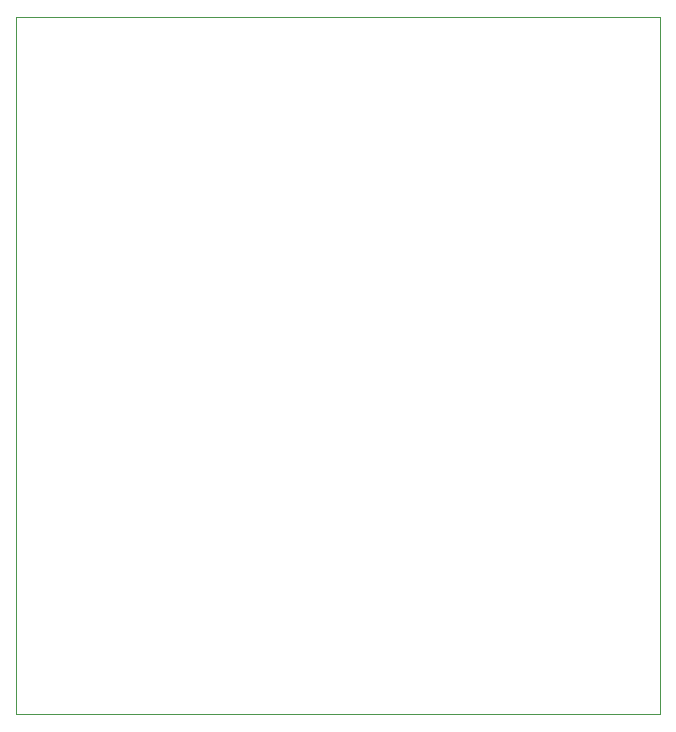
<source format=gbr>
%TF.GenerationSoftware,KiCad,Pcbnew,8.0.2*%
%TF.CreationDate,2024-06-01T20:14:58-04:00*%
%TF.ProjectId,small_compliant_drive,736d616c-6c5f-4636-9f6d-706c69616e74,rev?*%
%TF.SameCoordinates,Original*%
%TF.FileFunction,Profile,NP*%
%FSLAX46Y46*%
G04 Gerber Fmt 4.6, Leading zero omitted, Abs format (unit mm)*
G04 Created by KiCad (PCBNEW 8.0.2) date 2024-06-01 20:14:58*
%MOMM*%
%LPD*%
G01*
G04 APERTURE LIST*
%TA.AperFunction,Profile*%
%ADD10C,0.050000*%
%TD*%
G04 APERTURE END LIST*
D10*
X149500000Y-36500000D02*
X204000000Y-36500000D01*
X204000000Y-95500000D01*
X149500000Y-95500000D01*
X149500000Y-36500000D01*
M02*

</source>
